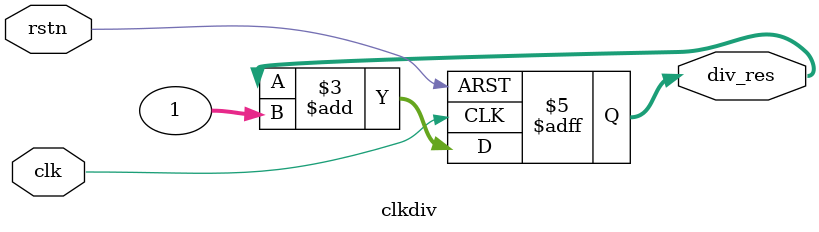
<source format=v>
module clkdiv #(
    parameter DIV = 32
) (
    input                clk,
    input                rstn,
    output reg [DIV-1:0] div_res = 0
);

  always @(posedge clk or negedge rstn) begin
    if (!rstn) begin
      div_res <= 0;
    end else begin
      div_res <= div_res + 1;
    end
  end

endmodule

</source>
